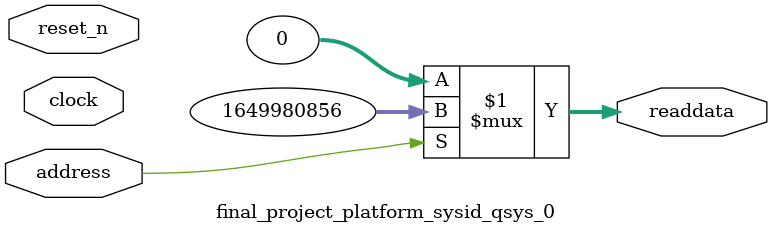
<source format=v>



// synthesis translate_off
`timescale 1ns / 1ps
// synthesis translate_on

// turn off superfluous verilog processor warnings 
// altera message_level Level1 
// altera message_off 10034 10035 10036 10037 10230 10240 10030 

module final_project_platform_sysid_qsys_0 (
               // inputs:
                address,
                clock,
                reset_n,

               // outputs:
                readdata
             )
;

  output  [ 31: 0] readdata;
  input            address;
  input            clock;
  input            reset_n;

  wire    [ 31: 0] readdata;
  //control_slave, which is an e_avalon_slave
  assign readdata = address ? 1649980856 : 0;

endmodule



</source>
